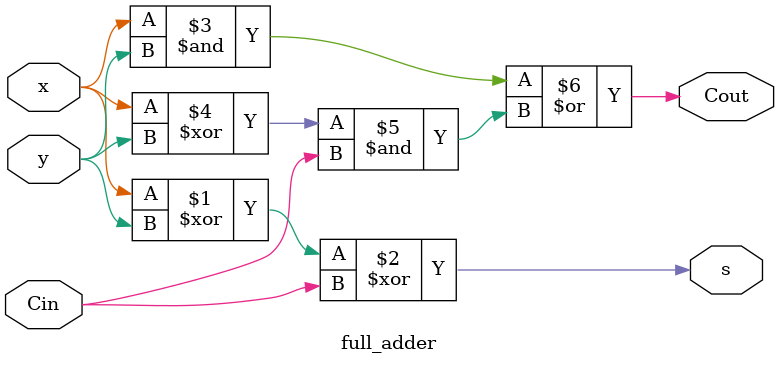
<source format=v>
module full_adder (Cin,x,y,s,Cout);
  input Cin, x, y;
  output s, Cout;

  assign s = x^y^Cin;
  assign Cout = (x&y) | (x^y)&Cin;
endmodule // full_adderCin,x,y,s,Cout

</source>
